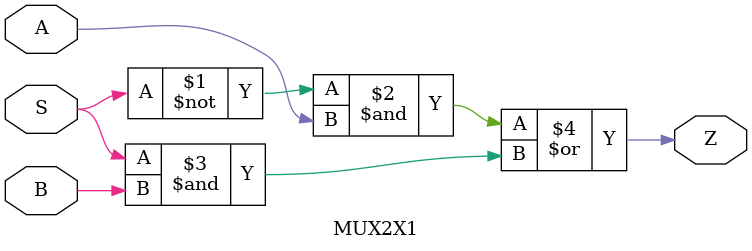
<source format=v>
`timescale 1ns/1ps

module MUX2X1(A,B,S,Z);
input A,B, S;
output Z;
wire temp1, temp2;

/*
not n0(Sb,S);
nand n1(temp1,Sb, A);
nand n2(temp2, S, B);
nand n3(Z, temp1, temp2);
*/

assign Z = ~S&A | S&B;
//assign Z = S ? B : A;

endmodule


</source>
